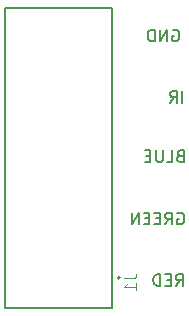
<source format=gbr>
G04 #@! TF.GenerationSoftware,KiCad,Pcbnew,(5.1.8-0-10_14)*
G04 #@! TF.CreationDate,2021-03-11T10:09:50+11:00*
G04 #@! TF.ProjectId,LED Array,4c454420-4172-4726-9179-2e6b69636164,rev?*
G04 #@! TF.SameCoordinates,Original*
G04 #@! TF.FileFunction,Legend,Bot*
G04 #@! TF.FilePolarity,Positive*
%FSLAX46Y46*%
G04 Gerber Fmt 4.6, Leading zero omitted, Abs format (unit mm)*
G04 Created by KiCad (PCBNEW (5.1.8-0-10_14)) date 2021-03-11 10:09:50*
%MOMM*%
%LPD*%
G01*
G04 APERTURE LIST*
%ADD10C,0.150000*%
%ADD11C,0.127000*%
%ADD12C,0.200000*%
%ADD13C,0.015000*%
G04 APERTURE END LIST*
D10*
X169061904Y-85900000D02*
X169157142Y-85852380D01*
X169300000Y-85852380D01*
X169442857Y-85900000D01*
X169538095Y-85995238D01*
X169585714Y-86090476D01*
X169633333Y-86280952D01*
X169633333Y-86423809D01*
X169585714Y-86614285D01*
X169538095Y-86709523D01*
X169442857Y-86804761D01*
X169300000Y-86852380D01*
X169204761Y-86852380D01*
X169061904Y-86804761D01*
X169014285Y-86757142D01*
X169014285Y-86423809D01*
X169204761Y-86423809D01*
X168585714Y-86852380D02*
X168585714Y-85852380D01*
X168014285Y-86852380D01*
X168014285Y-85852380D01*
X167538095Y-86852380D02*
X167538095Y-85852380D01*
X167300000Y-85852380D01*
X167157142Y-85900000D01*
X167061904Y-85995238D01*
X167014285Y-86090476D01*
X166966666Y-86280952D01*
X166966666Y-86423809D01*
X167014285Y-86614285D01*
X167061904Y-86709523D01*
X167157142Y-86804761D01*
X167300000Y-86852380D01*
X167538095Y-86852380D01*
X169900000Y-92052380D02*
X169900000Y-91052380D01*
X168852380Y-92052380D02*
X169185714Y-91576190D01*
X169423809Y-92052380D02*
X169423809Y-91052380D01*
X169042857Y-91052380D01*
X168947619Y-91100000D01*
X168900000Y-91147619D01*
X168852380Y-91242857D01*
X168852380Y-91385714D01*
X168900000Y-91480952D01*
X168947619Y-91528571D01*
X169042857Y-91576190D01*
X169423809Y-91576190D01*
X169709523Y-96528571D02*
X169566666Y-96576190D01*
X169519047Y-96623809D01*
X169471428Y-96719047D01*
X169471428Y-96861904D01*
X169519047Y-96957142D01*
X169566666Y-97004761D01*
X169661904Y-97052380D01*
X170042857Y-97052380D01*
X170042857Y-96052380D01*
X169709523Y-96052380D01*
X169614285Y-96100000D01*
X169566666Y-96147619D01*
X169519047Y-96242857D01*
X169519047Y-96338095D01*
X169566666Y-96433333D01*
X169614285Y-96480952D01*
X169709523Y-96528571D01*
X170042857Y-96528571D01*
X168566666Y-97052380D02*
X169042857Y-97052380D01*
X169042857Y-96052380D01*
X168233333Y-96052380D02*
X168233333Y-96861904D01*
X168185714Y-96957142D01*
X168138095Y-97004761D01*
X168042857Y-97052380D01*
X167852380Y-97052380D01*
X167757142Y-97004761D01*
X167709523Y-96957142D01*
X167661904Y-96861904D01*
X167661904Y-96052380D01*
X167185714Y-96528571D02*
X166852380Y-96528571D01*
X166709523Y-97052380D02*
X167185714Y-97052380D01*
X167185714Y-96052380D01*
X166709523Y-96052380D01*
X169466666Y-101400000D02*
X169561904Y-101352380D01*
X169704761Y-101352380D01*
X169847619Y-101400000D01*
X169942857Y-101495238D01*
X169990476Y-101590476D01*
X170038095Y-101780952D01*
X170038095Y-101923809D01*
X169990476Y-102114285D01*
X169942857Y-102209523D01*
X169847619Y-102304761D01*
X169704761Y-102352380D01*
X169609523Y-102352380D01*
X169466666Y-102304761D01*
X169419047Y-102257142D01*
X169419047Y-101923809D01*
X169609523Y-101923809D01*
X168419047Y-102352380D02*
X168752380Y-101876190D01*
X168990476Y-102352380D02*
X168990476Y-101352380D01*
X168609523Y-101352380D01*
X168514285Y-101400000D01*
X168466666Y-101447619D01*
X168419047Y-101542857D01*
X168419047Y-101685714D01*
X168466666Y-101780952D01*
X168514285Y-101828571D01*
X168609523Y-101876190D01*
X168990476Y-101876190D01*
X167990476Y-101828571D02*
X167657142Y-101828571D01*
X167514285Y-102352380D02*
X167990476Y-102352380D01*
X167990476Y-101352380D01*
X167514285Y-101352380D01*
X167085714Y-101828571D02*
X166752380Y-101828571D01*
X166609523Y-102352380D02*
X167085714Y-102352380D01*
X167085714Y-101352380D01*
X166609523Y-101352380D01*
X166180952Y-102352380D02*
X166180952Y-101352380D01*
X165609523Y-102352380D01*
X165609523Y-101352380D01*
X169342857Y-107552380D02*
X169676190Y-107076190D01*
X169914285Y-107552380D02*
X169914285Y-106552380D01*
X169533333Y-106552380D01*
X169438095Y-106600000D01*
X169390476Y-106647619D01*
X169342857Y-106742857D01*
X169342857Y-106885714D01*
X169390476Y-106980952D01*
X169438095Y-107028571D01*
X169533333Y-107076190D01*
X169914285Y-107076190D01*
X168914285Y-107028571D02*
X168580952Y-107028571D01*
X168438095Y-107552380D02*
X168914285Y-107552380D01*
X168914285Y-106552380D01*
X168438095Y-106552380D01*
X168009523Y-107552380D02*
X168009523Y-106552380D01*
X167771428Y-106552380D01*
X167628571Y-106600000D01*
X167533333Y-106695238D01*
X167485714Y-106790476D01*
X167438095Y-106980952D01*
X167438095Y-107123809D01*
X167485714Y-107314285D01*
X167533333Y-107409523D01*
X167628571Y-107504761D01*
X167771428Y-107552380D01*
X168009523Y-107552380D01*
D11*
X154900000Y-109400000D02*
X163900000Y-109400000D01*
X163900000Y-109400000D02*
X163900000Y-84000000D01*
X163900000Y-84000000D02*
X154900000Y-84000000D01*
X154900000Y-84000000D02*
X154900000Y-109400000D01*
D12*
X164600000Y-106860000D02*
G75*
G03*
X164600000Y-106860000I-100000J0D01*
G01*
D13*
X164987380Y-106891666D02*
X165701666Y-106891666D01*
X165844523Y-106844047D01*
X165939761Y-106748809D01*
X165987380Y-106605952D01*
X165987380Y-106510714D01*
X165987380Y-107891666D02*
X165987380Y-107320238D01*
X165987380Y-107605952D02*
X164987380Y-107605952D01*
X165130238Y-107510714D01*
X165225476Y-107415476D01*
X165273095Y-107320238D01*
M02*

</source>
